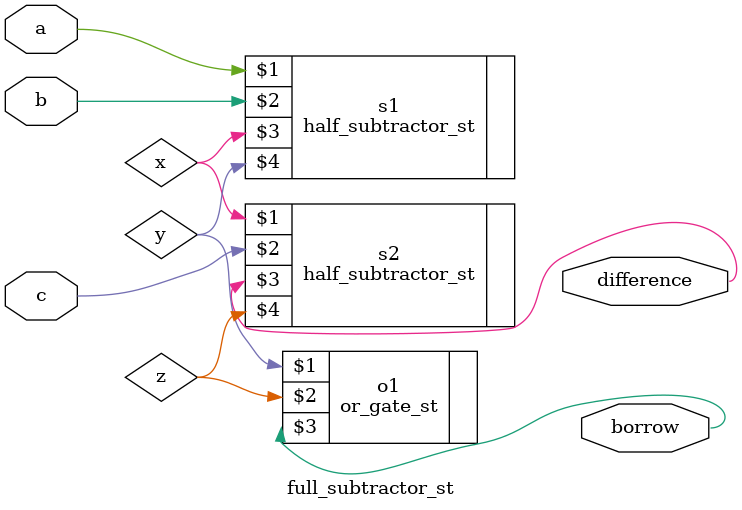
<source format=v>
`include "half_subtractor_st.v"
`include "or_gate_st.v"
module full_subtractor_st (
    input a,
    input b,
    input c,
    output difference,
    output borrow
);
    half_subtractor_st s1(a,b,x,y);
    half_subtractor_st s2(x,c,difference,z);
    or_gate_st o1(y,z,borrow);
    

endmodule
</source>
